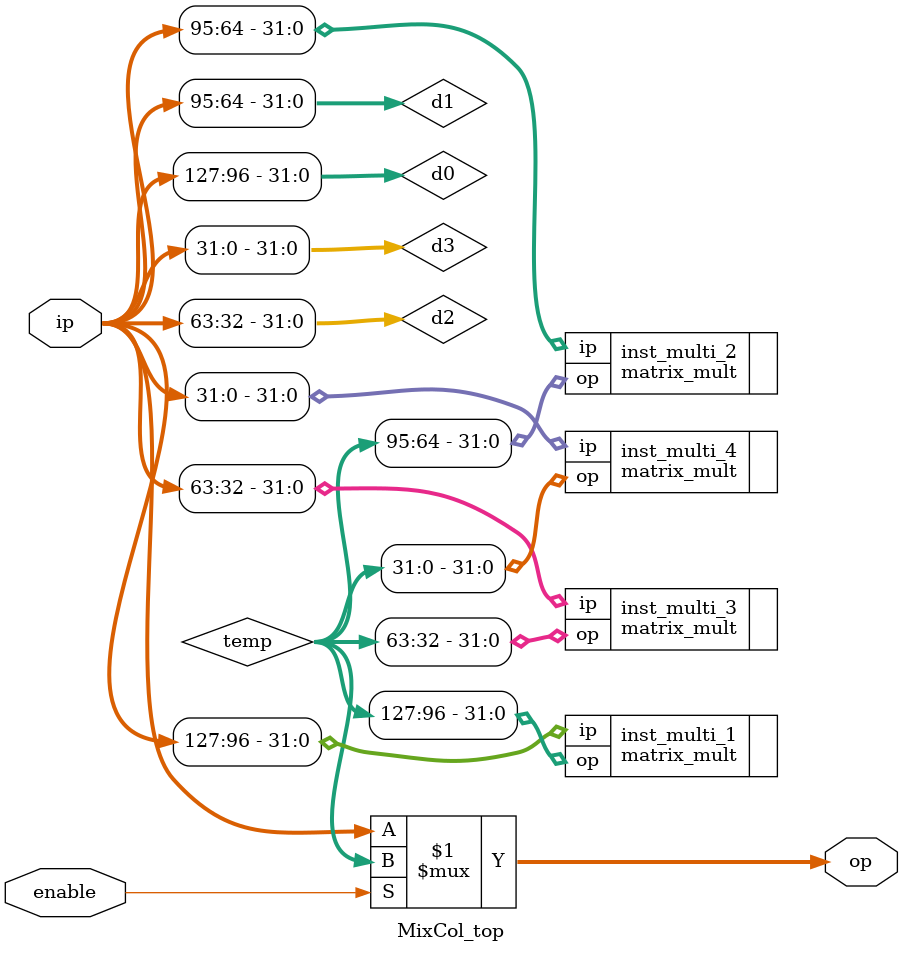
<source format=v>
module MixCol_top(
input  [127:0] ip,
input  enable,
output [127:0] op
);

   
   wire [31:0] d0;
   wire [31:0] d1;
   wire [31:0] d2;
   wire [31:0] d3;
   wire [127:0] temp;
    
        //store the input in temporary variable array
             assign d0 = ip[127:96];
             assign d1 = ip[95:64];
             assign d2 = ip[63:32];
             assign d3 = ip[31:0];
             
             //First column
              matrix_mult inst_multi_1(.ip (d0),
                                    .op (temp[127:96]) );
              
             //Second column
              matrix_mult inst_multi_2(.ip (d1),
                                    .op (temp[95:64]) );
              
             //Third column
              matrix_mult inst_multi_3(.ip (d2),
                                    .op (temp[63:32]) );
                                    
             //Fourth column
              matrix_mult inst_multi_4(.ip (d3),
                                    .op (temp[31:0]) );             

             //assign the result to the ouput, when block is enabled 
             assign op = enable? temp[127:0]:ip;

endmodule

</source>
